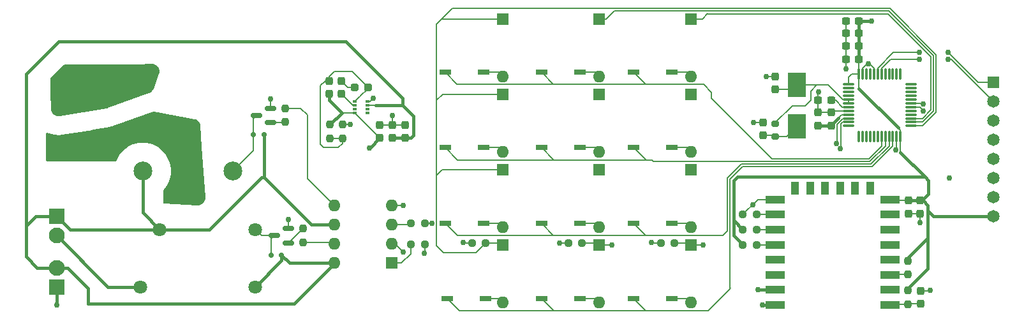
<source format=gbr>
%TF.GenerationSoftware,KiCad,Pcbnew,7.0.9*%
%TF.CreationDate,2023-12-04T18:13:03+01:00*%
%TF.ProjectId,projekt1,70726f6a-656b-4743-912e-6b696361645f,rev?*%
%TF.SameCoordinates,Original*%
%TF.FileFunction,Copper,L1,Top*%
%TF.FilePolarity,Positive*%
%FSLAX46Y46*%
G04 Gerber Fmt 4.6, Leading zero omitted, Abs format (unit mm)*
G04 Created by KiCad (PCBNEW 7.0.9) date 2023-12-04 18:13:03*
%MOMM*%
%LPD*%
G01*
G04 APERTURE LIST*
G04 Aperture macros list*
%AMRoundRect*
0 Rectangle with rounded corners*
0 $1 Rounding radius*
0 $2 $3 $4 $5 $6 $7 $8 $9 X,Y pos of 4 corners*
0 Add a 4 corners polygon primitive as box body*
4,1,4,$2,$3,$4,$5,$6,$7,$8,$9,$2,$3,0*
0 Add four circle primitives for the rounded corners*
1,1,$1+$1,$2,$3*
1,1,$1+$1,$4,$5*
1,1,$1+$1,$6,$7*
1,1,$1+$1,$8,$9*
0 Add four rect primitives between the rounded corners*
20,1,$1+$1,$2,$3,$4,$5,0*
20,1,$1+$1,$4,$5,$6,$7,0*
20,1,$1+$1,$6,$7,$8,$9,0*
20,1,$1+$1,$8,$9,$2,$3,0*%
G04 Aperture macros list end*
%TA.AperFunction,SMDPad,CuDef*%
%ADD10R,1.600000X0.760000*%
%TD*%
%TA.AperFunction,SMDPad,CuDef*%
%ADD11RoundRect,0.237500X0.237500X-0.300000X0.237500X0.300000X-0.237500X0.300000X-0.237500X-0.300000X0*%
%TD*%
%TA.AperFunction,SMDPad,CuDef*%
%ADD12R,2.500000X1.000000*%
%TD*%
%TA.AperFunction,SMDPad,CuDef*%
%ADD13R,1.000000X1.800000*%
%TD*%
%TA.AperFunction,SMDPad,CuDef*%
%ADD14RoundRect,0.237500X-0.287500X-0.237500X0.287500X-0.237500X0.287500X0.237500X-0.287500X0.237500X0*%
%TD*%
%TA.AperFunction,SMDPad,CuDef*%
%ADD15RoundRect,0.237500X0.300000X0.237500X-0.300000X0.237500X-0.300000X-0.237500X0.300000X-0.237500X0*%
%TD*%
%TA.AperFunction,ComponentPad*%
%ADD16C,3.000000*%
%TD*%
%TA.AperFunction,ComponentPad*%
%ADD17C,2.500000*%
%TD*%
%TA.AperFunction,ComponentPad*%
%ADD18R,1.600000X1.600000*%
%TD*%
%TA.AperFunction,ComponentPad*%
%ADD19O,1.600000X1.600000*%
%TD*%
%TA.AperFunction,SMDPad,CuDef*%
%ADD20RoundRect,0.237500X-0.237500X0.250000X-0.237500X-0.250000X0.237500X-0.250000X0.237500X0.250000X0*%
%TD*%
%TA.AperFunction,SMDPad,CuDef*%
%ADD21RoundRect,0.237500X0.237500X-0.250000X0.237500X0.250000X-0.237500X0.250000X-0.237500X-0.250000X0*%
%TD*%
%TA.AperFunction,SMDPad,CuDef*%
%ADD22RoundRect,0.237500X-0.237500X0.300000X-0.237500X-0.300000X0.237500X-0.300000X0.237500X0.300000X0*%
%TD*%
%TA.AperFunction,ComponentPad*%
%ADD23R,2.100000X2.100000*%
%TD*%
%TA.AperFunction,ComponentPad*%
%ADD24C,2.100000*%
%TD*%
%TA.AperFunction,SMDPad,CuDef*%
%ADD25RoundRect,0.237500X-0.250000X-0.237500X0.250000X-0.237500X0.250000X0.237500X-0.250000X0.237500X0*%
%TD*%
%TA.AperFunction,SMDPad,CuDef*%
%ADD26RoundRect,0.075000X-0.662500X-0.075000X0.662500X-0.075000X0.662500X0.075000X-0.662500X0.075000X0*%
%TD*%
%TA.AperFunction,SMDPad,CuDef*%
%ADD27RoundRect,0.075000X-0.075000X-0.662500X0.075000X-0.662500X0.075000X0.662500X-0.075000X0.662500X0*%
%TD*%
%TA.AperFunction,SMDPad,CuDef*%
%ADD28RoundRect,0.150000X-0.150000X-0.200000X0.150000X-0.200000X0.150000X0.200000X-0.150000X0.200000X0*%
%TD*%
%TA.AperFunction,SMDPad,CuDef*%
%ADD29RoundRect,0.237500X0.250000X0.237500X-0.250000X0.237500X-0.250000X-0.237500X0.250000X-0.237500X0*%
%TD*%
%TA.AperFunction,ComponentPad*%
%ADD30C,1.800000*%
%TD*%
%TA.AperFunction,ComponentPad*%
%ADD31R,3.960000X1.980000*%
%TD*%
%TA.AperFunction,ComponentPad*%
%ADD32O,3.960000X1.980000*%
%TD*%
%TA.AperFunction,SMDPad,CuDef*%
%ADD33R,2.400000X3.325000*%
%TD*%
%TA.AperFunction,SMDPad,CuDef*%
%ADD34RoundRect,0.200000X-0.275000X0.200000X-0.275000X-0.200000X0.275000X-0.200000X0.275000X0.200000X0*%
%TD*%
%TA.AperFunction,SMDPad,CuDef*%
%ADD35RoundRect,0.150000X0.587500X0.150000X-0.587500X0.150000X-0.587500X-0.150000X0.587500X-0.150000X0*%
%TD*%
%TA.AperFunction,ComponentPad*%
%ADD36R,1.650000X1.650000*%
%TD*%
%TA.AperFunction,ComponentPad*%
%ADD37C,1.650000*%
%TD*%
%TA.AperFunction,SMDPad,CuDef*%
%ADD38R,0.475000X0.300000*%
%TD*%
%TA.AperFunction,ViaPad*%
%ADD39C,0.750000*%
%TD*%
%TA.AperFunction,Conductor*%
%ADD40C,0.200000*%
%TD*%
%TA.AperFunction,Conductor*%
%ADD41C,0.400000*%
%TD*%
G04 APERTURE END LIST*
D10*
%TO.P,SW11,1,1*%
%TO.N,/ROW2*%
X139960000Y-108390000D03*
%TO.P,SW11,2,2*%
%TO.N,Net-(D11-A)*%
X145040000Y-108390000D03*
%TD*%
%TO.P,SW8,1,1*%
%TO.N,/ROW3*%
X127710000Y-118380000D03*
%TO.P,SW8,2,2*%
%TO.N,Net-(D8-A)*%
X132790000Y-118380000D03*
%TD*%
D11*
%TO.P,C8,1*%
%TO.N,+24V*%
X109650000Y-97090000D03*
%TO.P,C8,2*%
%TO.N,GND*%
X109650000Y-95365000D03*
%TD*%
D12*
%TO.P,U2,1,~{RST}*%
%TO.N,/ESP_NRST1*%
X173950000Y-119240000D03*
%TO.P,U2,2,ADC*%
%TO.N,unconnected-(U2-ADC-Pad2)*%
X173950000Y-117240000D03*
%TO.P,U2,3,EN*%
%TO.N,Net-(U2-EN)*%
X173950000Y-115240000D03*
%TO.P,U2,4,GPIO16*%
%TO.N,unconnected-(U2-GPIO16-Pad4)*%
X173950000Y-113240000D03*
%TO.P,U2,5,GPIO14*%
%TO.N,unconnected-(U2-GPIO14-Pad5)*%
X173950000Y-111240000D03*
%TO.P,U2,6,GPIO12*%
%TO.N,unconnected-(U2-GPIO12-Pad6)*%
X173950000Y-109240000D03*
%TO.P,U2,7,GPIO13*%
%TO.N,unconnected-(U2-GPIO13-Pad7)*%
X173950000Y-107240000D03*
%TO.P,U2,8,VCC*%
%TO.N,VDD*%
X173950000Y-105240000D03*
D13*
%TO.P,U2,9,CS0*%
%TO.N,unconnected-(U2-CS0-Pad9)*%
X171350000Y-103740000D03*
%TO.P,U2,10,MISO*%
%TO.N,unconnected-(U2-MISO-Pad10)*%
X169350000Y-103740000D03*
%TO.P,U2,11,GPIO9*%
%TO.N,unconnected-(U2-GPIO9-Pad11)*%
X167350000Y-103740000D03*
%TO.P,U2,12,GPIO10*%
%TO.N,unconnected-(U2-GPIO10-Pad12)*%
X165350000Y-103740000D03*
%TO.P,U2,13,MOSI*%
%TO.N,unconnected-(U2-MOSI-Pad13)*%
X163350000Y-103740000D03*
%TO.P,U2,14,SCLK*%
%TO.N,unconnected-(U2-SCLK-Pad14)*%
X161350000Y-103740000D03*
D12*
%TO.P,U2,15,GND*%
%TO.N,GND*%
X158750000Y-105240000D03*
%TO.P,U2,16,GPIO15*%
%TO.N,Net-(U2-GPIO15)*%
X158750000Y-107240000D03*
%TO.P,U2,17,GPIO2*%
%TO.N,Net-(U2-GPIO2)*%
X158750000Y-109240000D03*
%TO.P,U2,18,GPIO0*%
%TO.N,Net-(U2-GPIO0)*%
X158750000Y-111240000D03*
%TO.P,U2,19,GPIO4*%
%TO.N,unconnected-(U2-GPIO4-Pad19)*%
X158750000Y-113240000D03*
%TO.P,U2,20,GPIO5*%
%TO.N,unconnected-(U2-GPIO5-Pad20)*%
X158750000Y-115240000D03*
%TO.P,U2,21,GPIO3/RXD*%
%TO.N,/USART1_Tx*%
X158750000Y-117240000D03*
%TO.P,U2,22,GPIO1/TXD*%
%TO.N,/USART1_Rx*%
X158750000Y-119240000D03*
%TD*%
D11*
%TO.P,C11,1*%
%TO.N,VDDA*%
X164400000Y-95427500D03*
%TO.P,C11,2*%
%TO.N,GND*%
X164400000Y-93702500D03*
%TD*%
D14*
%TO.P,L1,1,1*%
%TO.N,Net-(C14-Pad2)*%
X102925000Y-90340000D03*
%TO.P,L1,2,2*%
%TO.N,Net-(IC1-SW)*%
X104675000Y-90340000D03*
%TD*%
D15*
%TO.P,C7,1*%
%TO.N,VDD*%
X169842500Y-81580000D03*
%TO.P,C7,2*%
%TO.N,GND*%
X168117500Y-81580000D03*
%TD*%
D16*
%TO.P,K2,1*%
%TO.N,/COM_V2*%
X80750000Y-103410000D03*
D17*
%TO.P,K2,2*%
%TO.N,Net-(D13-A)*%
X86800000Y-101460000D03*
D16*
%TO.P,K2,4*%
%TO.N,/Relay2_NC*%
X74750000Y-89210000D03*
D17*
%TO.P,K2,5*%
%TO.N,+24V*%
X74800000Y-101460000D03*
%TD*%
D10*
%TO.P,SW1,1,1*%
%TO.N,/ROW0*%
X114920000Y-88350000D03*
%TO.P,SW1,2,2*%
%TO.N,Net-(D1-A)*%
X120000000Y-88350000D03*
%TD*%
D18*
%TO.P,D11,1,K*%
%TO.N,/COL2*%
X147600000Y-101320000D03*
D19*
%TO.P,D11,2,A*%
%TO.N,Net-(D11-A)*%
X147600000Y-108940000D03*
%TD*%
D10*
%TO.P,SW5,1,1*%
%TO.N,/ROW0*%
X127710000Y-88350000D03*
%TO.P,SW5,2,2*%
%TO.N,Net-(D5-A)*%
X132790000Y-88350000D03*
%TD*%
D20*
%TO.P,R8,1*%
%TO.N,VDD*%
X176350000Y-113377500D03*
%TO.P,R8,2*%
%TO.N,Net-(U2-EN)*%
X176350000Y-115202500D03*
%TD*%
D21*
%TO.P,R7,1*%
%TO.N,/ESP_NRST1*%
X176350000Y-119152500D03*
%TO.P,R7,2*%
%TO.N,VDD*%
X176350000Y-117327500D03*
%TD*%
D22*
%TO.P,C1,1*%
%TO.N,GND*%
X158750000Y-88927500D03*
%TO.P,C1,2*%
%TO.N,Net-(U1-PF0)*%
X158750000Y-90652500D03*
%TD*%
D23*
%TO.P,J2,1,Pin_1*%
%TO.N,+24V*%
X63380000Y-107465000D03*
D24*
%TO.P,J2,2,Pin_2*%
%TO.N,/Relay1_NO*%
X63380000Y-110005000D03*
%TD*%
D25*
%TO.P,R1,1*%
%TO.N,GND*%
X118497500Y-110990000D03*
%TO.P,R1,2*%
%TO.N,/COL0*%
X120322500Y-110990000D03*
%TD*%
D26*
%TO.P,U1,1,VDD*%
%TO.N,VDD*%
X168437500Y-89977500D03*
%TO.P,U1,2,PC13*%
%TO.N,unconnected-(U1-PC13-Pad2)*%
X168437500Y-90477500D03*
%TO.P,U1,3,PC14*%
%TO.N,unconnected-(U1-PC14-Pad3)*%
X168437500Y-90977500D03*
%TO.P,U1,4,PC15*%
%TO.N,unconnected-(U1-PC15-Pad4)*%
X168437500Y-91477500D03*
%TO.P,U1,5,PF0*%
%TO.N,Net-(U1-PF0)*%
X168437500Y-91977500D03*
%TO.P,U1,6,PF1*%
X168437500Y-92477500D03*
%TO.P,U1,7,NRST*%
%TO.N,Net-(U1-NRST)*%
X168437500Y-92977500D03*
%TO.P,U1,8,VSSA*%
%TO.N,GND*%
X168437500Y-93477500D03*
%TO.P,U1,9,VDDA*%
%TO.N,VDDA*%
X168437500Y-93977500D03*
%TO.P,U1,10,PA0*%
%TO.N,/V1_Open*%
X168437500Y-94477500D03*
%TO.P,U1,11,PA1*%
%TO.N,/V2_Close*%
X168437500Y-94977500D03*
%TO.P,U1,12,PA2*%
%TO.N,unconnected-(U1-PA2-Pad12)*%
X168437500Y-95477500D03*
D27*
%TO.P,U1,13,PA3*%
%TO.N,unconnected-(U1-PA3-Pad13)*%
X169850000Y-96890000D03*
%TO.P,U1,14,PA4*%
%TO.N,unconnected-(U1-PA4-Pad14)*%
X170350000Y-96890000D03*
%TO.P,U1,15,PA5*%
%TO.N,unconnected-(U1-PA5-Pad15)*%
X170850000Y-96890000D03*
%TO.P,U1,16,PA6*%
%TO.N,unconnected-(U1-PA6-Pad16)*%
X171350000Y-96890000D03*
%TO.P,U1,17,PA7*%
%TO.N,unconnected-(U1-PA7-Pad17)*%
X171850000Y-96890000D03*
%TO.P,U1,18,PB0*%
%TO.N,unconnected-(U1-PB0-Pad18)*%
X172350000Y-96890000D03*
%TO.P,U1,19,PB1*%
%TO.N,/ROW0*%
X172850000Y-96890000D03*
%TO.P,U1,20,PB2*%
%TO.N,/ROW1*%
X173350000Y-96890000D03*
%TO.P,U1,21,PB10*%
%TO.N,/ROW2*%
X173850000Y-96890000D03*
%TO.P,U1,22,PB11*%
%TO.N,/ROW3*%
X174350000Y-96890000D03*
%TO.P,U1,23,VSS*%
%TO.N,GND*%
X174850000Y-96890000D03*
%TO.P,U1,24,VDD*%
%TO.N,VDD*%
X175350000Y-96890000D03*
D26*
%TO.P,U1,25,PB12*%
%TO.N,/COL0*%
X176762500Y-95477500D03*
%TO.P,U1,26,PB13*%
%TO.N,/COL1*%
X176762500Y-94977500D03*
%TO.P,U1,27,PB14*%
%TO.N,/COL2*%
X176762500Y-94477500D03*
%TO.P,U1,28,PB15*%
%TO.N,unconnected-(U1-PB15-Pad28)*%
X176762500Y-93977500D03*
%TO.P,U1,29,PA8*%
%TO.N,unconnected-(U1-PA8-Pad29)*%
X176762500Y-93477500D03*
%TO.P,U1,30,PA9*%
%TO.N,/USART1_Tx*%
X176762500Y-92977500D03*
%TO.P,U1,31,PA10*%
%TO.N,/USART1_Rx*%
X176762500Y-92477500D03*
%TO.P,U1,32,PA11*%
%TO.N,unconnected-(U1-PA11-Pad32)*%
X176762500Y-91977500D03*
%TO.P,U1,33,PA12*%
%TO.N,unconnected-(U1-PA12-Pad33)*%
X176762500Y-91477500D03*
%TO.P,U1,34,PA13*%
%TO.N,unconnected-(U1-PA13-Pad34)*%
X176762500Y-90977500D03*
%TO.P,U1,35,PF6*%
%TO.N,unconnected-(U1-PF6-Pad35)*%
X176762500Y-90477500D03*
%TO.P,U1,36,PF7*%
%TO.N,unconnected-(U1-PF7-Pad36)*%
X176762500Y-89977500D03*
D27*
%TO.P,U1,37,PA14*%
%TO.N,unconnected-(U1-PA14-Pad37)*%
X175350000Y-88565000D03*
%TO.P,U1,38,PA15*%
%TO.N,unconnected-(U1-PA15-Pad38)*%
X174850000Y-88565000D03*
%TO.P,U1,39,PB3*%
%TO.N,unconnected-(U1-PB3-Pad39)*%
X174350000Y-88565000D03*
%TO.P,U1,40,PB4*%
%TO.N,unconnected-(U1-PB4-Pad40)*%
X173850000Y-88565000D03*
%TO.P,U1,41,PB5*%
%TO.N,unconnected-(U1-PB5-Pad41)*%
X173350000Y-88565000D03*
%TO.P,U1,42,PB6*%
%TO.N,/I2C1_SCL*%
X172850000Y-88565000D03*
%TO.P,U1,43,PB7*%
%TO.N,/I2C1_SDA*%
X172350000Y-88565000D03*
%TO.P,U1,44,BOOT0*%
%TO.N,GND*%
X171850000Y-88565000D03*
%TO.P,U1,45,PB8*%
%TO.N,unconnected-(U1-PB8-Pad45)*%
X171350000Y-88565000D03*
%TO.P,U1,46,PB9*%
%TO.N,unconnected-(U1-PB9-Pad46)*%
X170850000Y-88565000D03*
%TO.P,U1,47,VSS*%
%TO.N,GND*%
X170350000Y-88565000D03*
%TO.P,U1,48,VDD*%
%TO.N,VDD*%
X169850000Y-88565000D03*
%TD*%
D11*
%TO.P,C15,1*%
%TO.N,/ESP_NRST1*%
X178050000Y-119102500D03*
%TO.P,C15,2*%
%TO.N,GND*%
X178050000Y-117377500D03*
%TD*%
D28*
%TO.P,D14,1,K*%
%TO.N,+24V*%
X93230000Y-112590000D03*
%TO.P,D14,2,A*%
%TO.N,Net-(D14-A)*%
X91830000Y-112590000D03*
%TD*%
D20*
%TO.P,R14,1*%
%TO.N,Net-(R14-Pad1)*%
X93700000Y-93127500D03*
%TO.P,R14,2*%
%TO.N,Net-(Q1-B)*%
X93700000Y-94952500D03*
%TD*%
D10*
%TO.P,SW3,1,1*%
%TO.N,/ROW2*%
X114920000Y-108390000D03*
%TO.P,SW3,2,2*%
%TO.N,Net-(D3-A)*%
X120000000Y-108390000D03*
%TD*%
D25*
%TO.P,R2,1*%
%TO.N,GND*%
X131287500Y-110990000D03*
%TO.P,R2,2*%
%TO.N,/COL1*%
X133112500Y-110990000D03*
%TD*%
D29*
%TO.P,R13,1*%
%TO.N,/V1_Open*%
X112212500Y-111190000D03*
%TO.P,R13,2*%
%TO.N,Net-(R13-Pad2)*%
X110387500Y-111190000D03*
%TD*%
D22*
%TO.P,C6,1*%
%TO.N,GND*%
X157100000Y-95027500D03*
%TO.P,C6,2*%
%TO.N,Net-(C6-Pad2)*%
X157100000Y-96752500D03*
%TD*%
D21*
%TO.P,R6,1*%
%TO.N,Net-(IC1-SW)*%
X99624000Y-97140000D03*
%TO.P,R6,2*%
%TO.N,VDD*%
X99624000Y-95315000D03*
%TD*%
D30*
%TO.P,K1,1*%
%TO.N,Net-(D14-A)*%
X89750000Y-109225000D03*
%TO.P,K1,2*%
%TO.N,+24V*%
X89750000Y-116825000D03*
%TO.P,K1,3*%
X77050000Y-109225000D03*
%TO.P,K1,4*%
%TO.N,/Relay1_NO*%
X74510000Y-116825000D03*
%TD*%
D18*
%TO.P,D12,1,K*%
%TO.N,/COL2*%
X147600000Y-111310000D03*
D19*
%TO.P,D12,2,A*%
%TO.N,Net-(D12-A)*%
X147600000Y-118930000D03*
%TD*%
D22*
%TO.P,C12,1*%
%TO.N,GND*%
X106250000Y-95365000D03*
%TO.P,C12,2*%
%TO.N,VDD*%
X106250000Y-97090000D03*
%TD*%
D10*
%TO.P,SW2,1,1*%
%TO.N,/ROW1*%
X114920000Y-98350000D03*
%TO.P,SW2,2,2*%
%TO.N,Net-(D2-A)*%
X120000000Y-98350000D03*
%TD*%
%TO.P,SW4,1,1*%
%TO.N,/ROW3*%
X115205000Y-118380000D03*
%TO.P,SW4,2,2*%
%TO.N,Net-(D4-A)*%
X120285000Y-118380000D03*
%TD*%
D11*
%TO.P,C9,1*%
%TO.N,VDDA*%
X166200000Y-95427500D03*
%TO.P,C9,2*%
%TO.N,GND*%
X166200000Y-93702500D03*
%TD*%
D28*
%TO.P,D13,1,K*%
%TO.N,+24V*%
X90880000Y-96640000D03*
%TO.P,D13,2,A*%
%TO.N,Net-(D13-A)*%
X89480000Y-96640000D03*
%TD*%
D22*
%TO.P,C16,1*%
%TO.N,Net-(IC1-SW)*%
X99550000Y-89477500D03*
%TO.P,C16,2*%
%TO.N,VDD*%
X99550000Y-91202500D03*
%TD*%
D11*
%TO.P,C10,1*%
%TO.N,+24V*%
X107950000Y-97090000D03*
%TO.P,C10,2*%
%TO.N,GND*%
X107950000Y-95365000D03*
%TD*%
D31*
%TO.P,J1,1,Pin_1*%
%TO.N,/COM_V2*%
X66100000Y-97675000D03*
D32*
%TO.P,J1,2,Pin_2*%
%TO.N,/Relay2_NC*%
X66100000Y-92675000D03*
%TD*%
D33*
%TO.P,Y1,1,1*%
%TO.N,Net-(U1-PF0)*%
X161600000Y-90040000D03*
%TO.P,Y1,2,2*%
%TO.N,Net-(C6-Pad2)*%
X161600000Y-95565000D03*
%TD*%
D34*
%TO.P,R3,1*%
%TO.N,Net-(U1-PF0)*%
X158750000Y-95215000D03*
%TO.P,R3,2*%
%TO.N,Net-(C6-Pad2)*%
X158750000Y-96865000D03*
%TD*%
D18*
%TO.P,D6,1,K*%
%TO.N,/COL1*%
X135350000Y-91280000D03*
D19*
%TO.P,D6,2,A*%
%TO.N,Net-(D6-A)*%
X135350000Y-98900000D03*
%TD*%
D18*
%TO.P,D4,1,K*%
%TO.N,/COL0*%
X122600000Y-111310000D03*
D19*
%TO.P,D4,2,A*%
%TO.N,Net-(D4-A)*%
X122600000Y-118930000D03*
%TD*%
D22*
%TO.P,C13,1*%
%TO.N,VDD*%
X177950000Y-105390000D03*
%TO.P,C13,2*%
%TO.N,GND*%
X177950000Y-107115000D03*
%TD*%
D15*
%TO.P,C3,1*%
%TO.N,VDD*%
X169842500Y-84890000D03*
%TO.P,C3,2*%
%TO.N,GND*%
X168117500Y-84890000D03*
%TD*%
D21*
%TO.P,R15,1*%
%TO.N,Net-(R15-Pad1)*%
X96062500Y-110902500D03*
%TO.P,R15,2*%
%TO.N,Net-(Q2-B)*%
X96062500Y-109077500D03*
%TD*%
D11*
%TO.P,C14,1*%
%TO.N,Net-(IC1-BST)*%
X101150000Y-91202500D03*
%TO.P,C14,2*%
%TO.N,Net-(C14-Pad2)*%
X101150000Y-89477500D03*
%TD*%
D18*
%TO.P,D3,1,K*%
%TO.N,/COL0*%
X122600000Y-101320000D03*
D19*
%TO.P,D3,2,A*%
%TO.N,Net-(D3-A)*%
X122600000Y-108940000D03*
%TD*%
D23*
%TO.P,J3,1,Pin_1*%
%TO.N,GND*%
X63380000Y-116870000D03*
D24*
%TO.P,J3,2,Pin_2*%
%TO.N,+24V*%
X63380000Y-114330000D03*
%TD*%
D18*
%TO.P,D5,1,K*%
%TO.N,/COL1*%
X135350000Y-81280000D03*
D19*
%TO.P,D5,2,A*%
%TO.N,Net-(D5-A)*%
X135350000Y-88900000D03*
%TD*%
D18*
%TO.P,D2,1,K*%
%TO.N,/COL0*%
X122600000Y-91280000D03*
D19*
%TO.P,D2,2,A*%
%TO.N,Net-(D2-A)*%
X122600000Y-98900000D03*
%TD*%
D15*
%TO.P,C5,1*%
%TO.N,Net-(U1-NRST)*%
X166162500Y-92090000D03*
%TO.P,C5,2*%
%TO.N,GND*%
X164437500Y-92090000D03*
%TD*%
D10*
%TO.P,SW7,1,1*%
%TO.N,/ROW2*%
X127710000Y-108390000D03*
%TO.P,SW7,2,2*%
%TO.N,Net-(D7-A)*%
X132790000Y-108390000D03*
%TD*%
D29*
%TO.P,R10,1*%
%TO.N,Net-(U2-GPIO15)*%
X156262500Y-107240000D03*
%TO.P,R10,2*%
%TO.N,GND*%
X154437500Y-107240000D03*
%TD*%
D18*
%TO.P,U4,1*%
%TO.N,Net-(R13-Pad2)*%
X107850000Y-113690000D03*
D19*
%TO.P,U4,2*%
%TO.N,GND*%
X107850000Y-111150000D03*
%TO.P,U4,3*%
%TO.N,Net-(R12-Pad2)*%
X107850000Y-108610000D03*
%TO.P,U4,4*%
%TO.N,GND*%
X107850000Y-106070000D03*
%TO.P,U4,5*%
%TO.N,Net-(R14-Pad1)*%
X100230000Y-106070000D03*
%TO.P,U4,6*%
%TO.N,+24V*%
X100230000Y-108610000D03*
%TO.P,U4,7*%
%TO.N,Net-(R15-Pad1)*%
X100230000Y-111150000D03*
%TO.P,U4,8*%
%TO.N,+24V*%
X100230000Y-113690000D03*
%TD*%
D10*
%TO.P,SW12,1,1*%
%TO.N,/ROW3*%
X139960000Y-118380000D03*
%TO.P,SW12,2,2*%
%TO.N,Net-(D12-A)*%
X145040000Y-118380000D03*
%TD*%
D25*
%TO.P,R4,1*%
%TO.N,GND*%
X143537500Y-110990000D03*
%TO.P,R4,2*%
%TO.N,/COL2*%
X145362500Y-110990000D03*
%TD*%
D18*
%TO.P,D8,1,K*%
%TO.N,/COL1*%
X135350000Y-111310000D03*
D19*
%TO.P,D8,2,A*%
%TO.N,Net-(D8-A)*%
X135350000Y-118930000D03*
%TD*%
D10*
%TO.P,SW10,1,1*%
%TO.N,/ROW1*%
X139960000Y-98350000D03*
%TO.P,SW10,2,2*%
%TO.N,Net-(D10-A)*%
X145040000Y-98350000D03*
%TD*%
%TO.P,SW9,1,1*%
%TO.N,/ROW0*%
X139960000Y-88350000D03*
%TO.P,SW9,2,2*%
%TO.N,Net-(D9-A)*%
X145040000Y-88350000D03*
%TD*%
D18*
%TO.P,D9,1,K*%
%TO.N,/COL2*%
X147600000Y-81280000D03*
D19*
%TO.P,D9,2,A*%
%TO.N,Net-(D9-A)*%
X147600000Y-88900000D03*
%TD*%
D18*
%TO.P,D7,1,K*%
%TO.N,/COL1*%
X135350000Y-101320000D03*
D19*
%TO.P,D7,2,A*%
%TO.N,Net-(D7-A)*%
X135350000Y-108940000D03*
%TD*%
D15*
%TO.P,C4,1*%
%TO.N,VDD*%
X169842500Y-83140000D03*
%TO.P,C4,2*%
%TO.N,GND*%
X168117500Y-83140000D03*
%TD*%
D18*
%TO.P,D10,1,K*%
%TO.N,/COL2*%
X147600000Y-91280000D03*
D19*
%TO.P,D10,2,A*%
%TO.N,Net-(D10-A)*%
X147600000Y-98900000D03*
%TD*%
D29*
%TO.P,R12,1*%
%TO.N,/V2_Close*%
X112212500Y-108390000D03*
%TO.P,R12,2*%
%TO.N,Net-(R12-Pad2)*%
X110387500Y-108390000D03*
%TD*%
D20*
%TO.P,R5,1*%
%TO.N,GND*%
X101300000Y-95315000D03*
%TO.P,R5,2*%
%TO.N,Net-(IC1-SW)*%
X101300000Y-97140000D03*
%TD*%
D18*
%TO.P,D1,1,K*%
%TO.N,/COL0*%
X122600000Y-81280000D03*
D19*
%TO.P,D1,2,A*%
%TO.N,Net-(D1-A)*%
X122600000Y-88900000D03*
%TD*%
D10*
%TO.P,SW6,1,1*%
%TO.N,/ROW1*%
X127710000Y-98350000D03*
%TO.P,SW6,2,2*%
%TO.N,Net-(D6-A)*%
X132790000Y-98350000D03*
%TD*%
D35*
%TO.P,Q1,1,B*%
%TO.N,Net-(Q1-B)*%
X91787500Y-95040000D03*
%TO.P,Q1,2,E*%
%TO.N,GND*%
X91787500Y-93140000D03*
%TO.P,Q1,3,C*%
%TO.N,Net-(D13-A)*%
X89912500Y-94090000D03*
%TD*%
%TO.P,Q2,1,B*%
%TO.N,Net-(Q2-B)*%
X94137500Y-110990000D03*
%TO.P,Q2,2,E*%
%TO.N,GND*%
X94137500Y-109090000D03*
%TO.P,Q2,3,C*%
%TO.N,Net-(D14-A)*%
X92262500Y-110040000D03*
%TD*%
D25*
%TO.P,R9,1*%
%TO.N,VDD*%
X154437500Y-111240000D03*
%TO.P,R9,2*%
%TO.N,Net-(U2-GPIO0)*%
X156262500Y-111240000D03*
%TD*%
%TO.P,R11,1*%
%TO.N,VDD*%
X154437500Y-109240000D03*
%TO.P,R11,2*%
%TO.N,Net-(U2-GPIO2)*%
X156262500Y-109240000D03*
%TD*%
D15*
%TO.P,C2,1*%
%TO.N,VDD*%
X169842500Y-86640000D03*
%TO.P,C2,2*%
%TO.N,GND*%
X168117500Y-86640000D03*
%TD*%
D36*
%TO.P,RFID1,1,SDA*%
%TO.N,/I2C1_SDA*%
X187680000Y-89700000D03*
D37*
%TO.P,RFID1,2,SCK*%
%TO.N,/I2C1_SCL*%
X187680000Y-92240000D03*
%TO.P,RFID1,3,MOSI*%
%TO.N,unconnected-(RFID1-MOSI-Pad3)*%
X187680000Y-94780000D03*
%TO.P,RFID1,4,MISO*%
%TO.N,unconnected-(RFID1-MISO-Pad4)*%
X187680000Y-97320000D03*
%TO.P,RFID1,5,IRQ*%
%TO.N,unconnected-(RFID1-IRQ-Pad5)*%
X187680000Y-99860000D03*
%TO.P,RFID1,6,GND*%
%TO.N,GND*%
X187680000Y-102400000D03*
%TO.P,RFID1,7,RST*%
%TO.N,unconnected-(RFID1-RST-Pad7)*%
X187680000Y-104940000D03*
%TO.P,RFID1,8,3\u002C3V*%
%TO.N,VDD*%
X187680000Y-107480000D03*
%TD*%
D22*
%TO.P,C17,1*%
%TO.N,VDD*%
X176400000Y-105390000D03*
%TO.P,C17,2*%
%TO.N,GND*%
X176400000Y-107115000D03*
%TD*%
D38*
%TO.P,IC1,1,NC*%
%TO.N,unconnected-(IC1-NC-Pad1)*%
X104624000Y-93727500D03*
%TO.P,IC1,2,EN*%
%TO.N,unconnected-(IC1-EN-Pad2)*%
X104624000Y-93227500D03*
%TO.P,IC1,3,VIN*%
%TO.N,+24V*%
X104624000Y-92727500D03*
%TO.P,IC1,4,GND*%
%TO.N,GND*%
X104624000Y-92227500D03*
%TO.P,IC1,5,SW*%
%TO.N,Net-(IC1-SW)*%
X102948000Y-92227500D03*
%TO.P,IC1,6,BST*%
%TO.N,Net-(IC1-BST)*%
X102948000Y-92727500D03*
%TO.P,IC1,7,NC*%
%TO.N,unconnected-(IC1-NC-Pad7)*%
X102948000Y-93227500D03*
%TO.P,IC1,8,FB*%
%TO.N,VDD*%
X102948000Y-93727500D03*
%TD*%
D39*
%TO.N,GND*%
X142350000Y-110975000D03*
X155875000Y-95000000D03*
X107950000Y-94050000D03*
X181875000Y-102400000D03*
X164450000Y-90925000D03*
X105425000Y-91800000D03*
X102325000Y-95300000D03*
X91775000Y-91875000D03*
X94150000Y-107925000D03*
X109400000Y-106025000D03*
X117325000Y-110975000D03*
X168125000Y-87875000D03*
X109350000Y-112225000D03*
X155738750Y-105938750D03*
X177975000Y-108325000D03*
X157550000Y-88950000D03*
X63400000Y-119200000D03*
X130125000Y-111000000D03*
X174703130Y-98663716D03*
X179275000Y-117325000D03*
X171100000Y-87250000D03*
%TO.N,VDD*%
X104900000Y-98390000D03*
X171520000Y-81580000D03*
%TO.N,/I2C1_SCL*%
X177900000Y-86660000D03*
X181680000Y-86660000D03*
%TO.N,/I2C1_SDA*%
X177900000Y-85740000D03*
X181680000Y-85740000D03*
%TO.N,/COL1*%
X137100000Y-111290000D03*
%TO.N,/COL2*%
X149200000Y-111310000D03*
%TO.N,/V2_Close*%
X167389640Y-98473895D03*
X113150000Y-108390000D03*
%TO.N,/V1_Open*%
X112200000Y-112390000D03*
X166825500Y-97773288D03*
%TO.N,/USART1_Tx*%
X178398674Y-93463174D03*
X156450000Y-117190000D03*
%TO.N,/USART1_Rx*%
X157000000Y-119240000D03*
X178404029Y-92563687D03*
%TD*%
D40*
%TO.N,GND*%
X158750000Y-88927500D02*
X157572500Y-88927500D01*
X170927501Y-87250000D02*
X171100000Y-87250000D01*
X177950000Y-108300000D02*
X177975000Y-108325000D01*
X168117500Y-86640000D02*
X168117500Y-87867500D01*
X164437500Y-90937500D02*
X164450000Y-90925000D01*
D41*
X63380000Y-116870000D02*
X63380000Y-119180000D01*
D40*
X108275000Y-111150000D02*
X109350000Y-112225000D01*
X178050000Y-117377500D02*
X179222500Y-117377500D01*
X118497500Y-110990000D02*
X117340000Y-110990000D01*
X177950000Y-107115000D02*
X177950000Y-108300000D01*
X168437500Y-93477500D02*
X166425000Y-93477500D01*
X168117500Y-87867500D02*
X168125000Y-87875000D01*
X164437500Y-92090000D02*
X164437500Y-90937500D01*
X154437500Y-107240000D02*
X156437500Y-105240000D01*
X104997500Y-92227500D02*
X104624000Y-92227500D01*
X179222500Y-117377500D02*
X179275000Y-117325000D01*
X156437500Y-105240000D02*
X158750000Y-105240000D01*
X117340000Y-110990000D02*
X117325000Y-110975000D01*
X109355000Y-106070000D02*
X109400000Y-106025000D01*
X130135000Y-110990000D02*
X130125000Y-111000000D01*
X164400000Y-93702500D02*
X164400000Y-92127500D01*
X143537500Y-110990000D02*
X142365000Y-110990000D01*
X157572500Y-88927500D02*
X157550000Y-88950000D01*
X94137500Y-107937500D02*
X94137500Y-109090000D01*
X91787500Y-93140000D02*
X91787500Y-91887500D01*
X107850000Y-106070000D02*
X109355000Y-106070000D01*
X107850000Y-111150000D02*
X108275000Y-111150000D01*
X106250000Y-95365000D02*
X109650000Y-95365000D01*
X170350000Y-88565000D02*
X170350000Y-87827501D01*
X94150000Y-107925000D02*
X94137500Y-107937500D01*
X176400000Y-107115000D02*
X177950000Y-107115000D01*
X174850000Y-96890000D02*
X174850000Y-98516846D01*
X142365000Y-110990000D02*
X142350000Y-110975000D01*
X171272499Y-87250000D02*
X171100000Y-87250000D01*
X157100000Y-95027500D02*
X155902500Y-95027500D01*
X107950000Y-95365000D02*
X107950000Y-94050000D01*
X166425000Y-93477500D02*
X166200000Y-93702500D01*
X91787500Y-91887500D02*
X91775000Y-91875000D01*
X164400000Y-92127500D02*
X164437500Y-92090000D01*
D41*
X63380000Y-119180000D02*
X63400000Y-119200000D01*
D40*
X166200000Y-93702500D02*
X164400000Y-93702500D01*
X105425000Y-91800000D02*
X104997500Y-92227500D01*
X174850000Y-98516846D02*
X174703130Y-98663716D01*
X155902500Y-95027500D02*
X155875000Y-95000000D01*
X102310000Y-95315000D02*
X102325000Y-95300000D01*
X171272499Y-87250000D02*
X171850000Y-87827501D01*
X131287500Y-110990000D02*
X130135000Y-110990000D01*
X168117500Y-81580000D02*
X168117500Y-86640000D01*
X101300000Y-95315000D02*
X102310000Y-95315000D01*
X171850000Y-87827501D02*
X171850000Y-88565000D01*
X170350000Y-87827501D02*
X170927501Y-87250000D01*
%TO.N,Net-(U1-PF0)*%
X164250000Y-90040000D02*
X161600000Y-90040000D01*
X163450000Y-92090000D02*
X163450000Y-90840000D01*
X168437500Y-92477500D02*
X168437500Y-91977500D01*
X161012500Y-92790000D02*
X162750000Y-92790000D01*
X168437500Y-91977500D02*
X167700001Y-91977500D01*
X158750000Y-95215000D02*
X158750000Y-95052500D01*
X163450000Y-90840000D02*
X164250000Y-90040000D01*
X167700001Y-91977500D02*
X165762501Y-90040000D01*
X158750000Y-95052500D02*
X161012500Y-92790000D01*
X162750000Y-92790000D02*
X163450000Y-92090000D01*
X158750000Y-90652500D02*
X160987500Y-90652500D01*
X165762501Y-90040000D02*
X164250000Y-90040000D01*
X160987500Y-90652500D02*
X161600000Y-90040000D01*
X168437500Y-91977500D02*
X168362500Y-91977500D01*
D41*
%TO.N,VDD*%
X178200000Y-105390000D02*
X179050000Y-104540000D01*
X175040620Y-95740000D02*
X169850000Y-90549380D01*
X99550000Y-92066000D02*
X99550000Y-91202500D01*
D40*
X102948000Y-93788000D02*
X106250000Y-97090000D01*
X169850000Y-86647500D02*
X169842500Y-86640000D01*
D41*
X99550000Y-92066000D02*
X101211500Y-93727500D01*
D40*
X169850000Y-88565000D02*
X168875000Y-88565000D01*
D41*
X153200000Y-108002500D02*
X154437500Y-109240000D01*
X179740000Y-107480000D02*
X187680000Y-107480000D01*
X154437500Y-111240000D02*
X154437500Y-111227500D01*
D40*
X102948000Y-93727500D02*
X102948000Y-93788000D01*
D41*
X153700000Y-102240000D02*
X153200000Y-102740000D01*
D40*
X169850000Y-88565000D02*
X169850000Y-90549380D01*
X169850000Y-88565000D02*
X169850000Y-86647500D01*
D41*
X179050000Y-102690000D02*
X178600000Y-102240000D01*
X105000000Y-98340000D02*
X104950000Y-98340000D01*
X176250000Y-105240000D02*
X176400000Y-105390000D01*
X179000000Y-106740000D02*
X179000000Y-110340000D01*
D40*
X173706250Y-105390000D02*
X176193750Y-105390000D01*
D41*
X104950000Y-98390000D02*
X106250000Y-97090000D01*
D40*
X175350000Y-96890000D02*
X175350000Y-98990000D01*
D41*
X175050000Y-95740000D02*
X175040620Y-95740000D01*
X153200000Y-109990000D02*
X153200000Y-108002500D01*
X179000000Y-105990000D02*
X179000000Y-106740000D01*
X178600000Y-102240000D02*
X175350000Y-98990000D01*
X101211500Y-93727500D02*
X99624000Y-95315000D01*
D40*
X175350000Y-96040000D02*
X175050000Y-95740000D01*
X175350000Y-96890000D02*
X175350000Y-96040000D01*
D41*
X176350000Y-117327500D02*
X176350000Y-117040000D01*
X179000000Y-110340000D02*
X179000000Y-114390000D01*
X104900000Y-98390000D02*
X104950000Y-98390000D01*
X176350000Y-112990000D02*
X179000000Y-110340000D01*
D40*
X168437500Y-89002500D02*
X168437500Y-89977500D01*
D41*
X176400000Y-105390000D02*
X177950000Y-105390000D01*
X178600000Y-102240000D02*
X153700000Y-102240000D01*
D40*
X106250000Y-97090000D02*
X106200000Y-97090000D01*
D41*
X177950000Y-105390000D02*
X178200000Y-105390000D01*
D40*
X168875000Y-88565000D02*
X168437500Y-89002500D01*
D41*
X169842500Y-81580000D02*
X169842500Y-86640000D01*
X179000000Y-106740000D02*
X179740000Y-107480000D01*
X154437500Y-111227500D02*
X153200000Y-109990000D01*
D40*
X102948000Y-93727500D02*
X101211500Y-93727500D01*
D41*
X174100000Y-105390000D02*
X173950000Y-105240000D01*
X177950000Y-105390000D02*
X178400000Y-105390000D01*
X104950000Y-98340000D02*
X104900000Y-98390000D01*
X171520000Y-81580000D02*
X169842500Y-81580000D01*
X176350000Y-117040000D02*
X179000000Y-114390000D01*
X178400000Y-105390000D02*
X179000000Y-105990000D01*
X176350000Y-113377500D02*
X176350000Y-112990000D01*
X179050000Y-104540000D02*
X179050000Y-102690000D01*
X153200000Y-102740000D02*
X153200000Y-108002500D01*
D40*
%TO.N,Net-(U1-NRST)*%
X166162500Y-92090000D02*
X166750000Y-92090000D01*
X167637500Y-92977500D02*
X168437500Y-92977500D01*
X166750000Y-92090000D02*
X167637500Y-92977500D01*
%TO.N,Net-(C6-Pad2)*%
X160300000Y-96865000D02*
X161600000Y-95565000D01*
X158750000Y-96865000D02*
X160300000Y-96865000D01*
X157100000Y-96752500D02*
X158637500Y-96752500D01*
X158637500Y-96752500D02*
X158750000Y-96865000D01*
D41*
%TO.N,+24V*%
X59300000Y-112825000D02*
X59300000Y-88590000D01*
X93230000Y-113345000D02*
X93230000Y-112590000D01*
X90880000Y-102310000D02*
X90880000Y-96640000D01*
X63380000Y-107465000D02*
X60585000Y-107465000D01*
X109287500Y-92727500D02*
X110750000Y-94190000D01*
X94865000Y-119075000D02*
X67550000Y-119075000D01*
X74800000Y-104375000D02*
X74800000Y-104615000D01*
X110750000Y-96690000D02*
X110350000Y-97090000D01*
X110350000Y-97090000D02*
X109650000Y-97090000D01*
X74800000Y-101460000D02*
X74800000Y-104375000D01*
X77050000Y-109225000D02*
X65140000Y-109225000D01*
X107950000Y-97090000D02*
X109650000Y-97090000D01*
D40*
X104624000Y-92727500D02*
X105737500Y-92727500D01*
D41*
X67550000Y-119075000D02*
X67550000Y-117015076D01*
X89750000Y-116825000D02*
X93230000Y-113345000D01*
X108550000Y-92727500D02*
X105762500Y-92727500D01*
X64864924Y-114330000D02*
X63380000Y-114330000D01*
X108550000Y-92727500D02*
X109287500Y-92727500D01*
X60585000Y-107465000D02*
X59300000Y-108750000D01*
X100230000Y-113690000D02*
X100230000Y-113710000D01*
X83675000Y-109225000D02*
X77050000Y-109225000D01*
X94330000Y-113690000D02*
X93230000Y-112590000D01*
X63955000Y-106890000D02*
X63380000Y-107465000D01*
X65140000Y-109225000D02*
X63380000Y-107465000D01*
X59300000Y-88590000D02*
X63650000Y-84240000D01*
X100230000Y-113710000D02*
X94865000Y-119075000D01*
X74800000Y-106975000D02*
X74800000Y-104375000D01*
X109287500Y-91777500D02*
X109287500Y-92727500D01*
X63380000Y-114330000D02*
X60805000Y-114330000D01*
X90590000Y-102310000D02*
X83675000Y-109225000D01*
X67550000Y-117015076D02*
X64864924Y-114330000D01*
X60805000Y-114330000D02*
X59300000Y-112825000D01*
X110750000Y-94190000D02*
X110750000Y-96690000D01*
X100230000Y-113690000D02*
X94330000Y-113690000D01*
X101750000Y-84240000D02*
X109287500Y-91777500D01*
X90880000Y-102310000D02*
X97180000Y-108610000D01*
X63650000Y-84240000D02*
X101750000Y-84240000D01*
D40*
X90880000Y-98310000D02*
X90850000Y-98340000D01*
D41*
X77050000Y-109225000D02*
X74800000Y-106975000D01*
X90880000Y-102310000D02*
X90590000Y-102310000D01*
D40*
X105737500Y-92727500D02*
X105750000Y-92740000D01*
D41*
X97180000Y-108610000D02*
X100230000Y-108610000D01*
%TO.N,VDDA*%
X167100000Y-94440000D02*
X166200000Y-95340000D01*
D40*
X166400000Y-95277501D02*
X166400000Y-95427500D01*
X168437500Y-93977500D02*
X167562500Y-93977500D01*
D41*
X166200000Y-95340000D02*
X166200000Y-95427500D01*
X166200000Y-95427500D02*
X164400000Y-95427500D01*
D40*
X167562500Y-93977500D02*
X167100000Y-94440000D01*
%TO.N,Net-(IC1-BST)*%
X101150000Y-91202500D02*
X102675000Y-92727500D01*
X102675000Y-92727500D02*
X102948000Y-92727500D01*
%TO.N,Net-(C14-Pad2)*%
X102012500Y-90340000D02*
X101150000Y-89477500D01*
X102911000Y-90227500D02*
X102812500Y-90227500D01*
X102812500Y-90227500D02*
X102800000Y-90240000D01*
X102925000Y-90340000D02*
X102812500Y-90227500D01*
X102925000Y-90340000D02*
X102012500Y-90340000D01*
%TO.N,/ESP_NRST1*%
X174037500Y-119152500D02*
X173950000Y-119240000D01*
X178050000Y-119102500D02*
X176400000Y-119102500D01*
X176400000Y-119102500D02*
X176350000Y-119152500D01*
X176350000Y-119152500D02*
X174037500Y-119152500D01*
%TO.N,Net-(IC1-SW)*%
X98800000Y-98340000D02*
X98400000Y-97940000D01*
X103650000Y-91540000D02*
X103642750Y-91532750D01*
X100200000Y-88240000D02*
X102575000Y-88240000D01*
X99550000Y-88890000D02*
X100200000Y-88240000D01*
X101300000Y-97140000D02*
X99624000Y-97140000D01*
X99012500Y-89477500D02*
X99550000Y-89477500D01*
X100750000Y-98340000D02*
X98800000Y-98340000D01*
X102575000Y-88240000D02*
X104675000Y-90340000D01*
X103642750Y-91532750D02*
X102948000Y-92227500D01*
X99550000Y-89477500D02*
X99550000Y-88890000D01*
X101300000Y-97140000D02*
X101300000Y-97790000D01*
X104675000Y-90500500D02*
X103642750Y-91532750D01*
X101300000Y-97790000D02*
X100750000Y-98340000D01*
X98400000Y-90090000D02*
X99012500Y-89477500D01*
X104675000Y-90340000D02*
X104675000Y-90500500D01*
X98400000Y-97940000D02*
X98400000Y-90090000D01*
%TO.N,/I2C1_SCL*%
X187680000Y-92240000D02*
X182100000Y-86660000D01*
X172850000Y-87827501D02*
X174017501Y-86660000D01*
X172850000Y-88565000D02*
X172850000Y-87827501D01*
X182100000Y-86660000D02*
X181680000Y-86660000D01*
X174017501Y-86660000D02*
X177900000Y-86660000D01*
%TO.N,/I2C1_SDA*%
X172350000Y-88565000D02*
X172350000Y-87827501D01*
X172350000Y-88565000D02*
X172450000Y-88465000D01*
X185640000Y-89700000D02*
X181680000Y-85740000D01*
X187680000Y-89700000D02*
X185640000Y-89700000D01*
X174437501Y-85740000D02*
X177900000Y-85740000D01*
X172350000Y-87827501D02*
X174437501Y-85740000D01*
%TO.N,/COL0*%
X114520000Y-101320000D02*
X122600000Y-101320000D01*
X180100000Y-93635680D02*
X178258180Y-95477500D01*
X114700000Y-112290000D02*
X113775000Y-111365000D01*
X120322500Y-110990000D02*
X122280000Y-110990000D01*
X115860000Y-79880000D02*
X173969948Y-79880000D01*
X113775000Y-102590000D02*
X113775000Y-102065000D01*
X113775000Y-102590000D02*
X113775000Y-92090000D01*
X119022500Y-112290000D02*
X114700000Y-112290000D01*
X113775000Y-92090000D02*
X113775000Y-81965000D01*
X113775000Y-102065000D02*
X114520000Y-101320000D01*
X122280000Y-110990000D02*
X122600000Y-111310000D01*
X113775000Y-92090000D02*
X114585000Y-91280000D01*
X178258180Y-95477500D02*
X176762500Y-95477500D01*
X173969948Y-79880000D02*
X180100000Y-86010052D01*
X114585000Y-91280000D02*
X122600000Y-91280000D01*
X113775000Y-81965000D02*
X114460000Y-81280000D01*
X113775000Y-111365000D02*
X113775000Y-102590000D01*
X180100000Y-86010052D02*
X180100000Y-93635680D01*
X114460000Y-81280000D02*
X122600000Y-81280000D01*
X120322500Y-110990000D02*
X119022500Y-112290000D01*
X114460000Y-81280000D02*
X115860000Y-79880000D01*
%TO.N,Net-(D1-A)*%
X120000000Y-88350000D02*
X122050000Y-88350000D01*
X122050000Y-88350000D02*
X122600000Y-88900000D01*
%TO.N,Net-(D2-A)*%
X120000000Y-98350000D02*
X122050000Y-98350000D01*
X122050000Y-98350000D02*
X122600000Y-98900000D01*
%TO.N,Net-(D3-A)*%
X120000000Y-108390000D02*
X122050000Y-108390000D01*
X122050000Y-108390000D02*
X122600000Y-108940000D01*
%TO.N,Net-(D4-A)*%
X122050000Y-118380000D02*
X122600000Y-118930000D01*
X120285000Y-118380000D02*
X122050000Y-118380000D01*
%TO.N,/COL1*%
X178263206Y-94977500D02*
X176762500Y-94977500D01*
X179750000Y-86155026D02*
X179750000Y-93490706D01*
X137100000Y-111290000D02*
X135370000Y-111290000D01*
X135370000Y-111290000D02*
X135350000Y-111310000D01*
X135030000Y-110990000D02*
X135350000Y-111310000D01*
X136310000Y-81280000D02*
X137360000Y-80230000D01*
X137360000Y-80230000D02*
X173824974Y-80230000D01*
X137080000Y-111310000D02*
X137100000Y-111290000D01*
X173824974Y-80230000D02*
X179750000Y-86155026D01*
X133112500Y-110990000D02*
X135030000Y-110990000D01*
X179750000Y-93490706D02*
X178263206Y-94977500D01*
X135350000Y-81280000D02*
X136310000Y-81280000D01*
%TO.N,Net-(D5-A)*%
X134800000Y-88350000D02*
X135350000Y-88900000D01*
X132790000Y-88350000D02*
X134800000Y-88350000D01*
%TO.N,Net-(D6-A)*%
X134800000Y-98350000D02*
X135350000Y-98900000D01*
X132790000Y-98350000D02*
X134800000Y-98350000D01*
%TO.N,Net-(D7-A)*%
X134800000Y-108390000D02*
X135350000Y-108940000D01*
X132790000Y-108390000D02*
X134800000Y-108390000D01*
%TO.N,Net-(D8-A)*%
X132790000Y-118380000D02*
X134800000Y-118380000D01*
X134800000Y-118380000D02*
X135350000Y-118930000D01*
%TO.N,/COL2*%
X147600000Y-81280000D02*
X149050000Y-81280000D01*
X178268232Y-94477500D02*
X176762500Y-94477500D01*
X149760000Y-80590000D02*
X173690000Y-80590000D01*
X149200000Y-111310000D02*
X147600000Y-111310000D01*
X173690000Y-80590000D02*
X179400000Y-86300000D01*
X147280000Y-110990000D02*
X147600000Y-111310000D01*
X179400000Y-93345732D02*
X178268232Y-94477500D01*
X149050000Y-81280000D02*
X149750000Y-80580000D01*
X179400000Y-86300000D02*
X179400000Y-93345732D01*
X145362500Y-110990000D02*
X147280000Y-110990000D01*
%TO.N,Net-(D9-A)*%
X147050000Y-88350000D02*
X147600000Y-88900000D01*
X145040000Y-88350000D02*
X147050000Y-88350000D01*
%TO.N,Net-(D10-A)*%
X145040000Y-98350000D02*
X147050000Y-98350000D01*
X147050000Y-98350000D02*
X147600000Y-98900000D01*
%TO.N,Net-(D11-A)*%
X147050000Y-108390000D02*
X147600000Y-108940000D01*
X145040000Y-108390000D02*
X147050000Y-108390000D01*
%TO.N,Net-(D12-A)*%
X145040000Y-118380000D02*
X147050000Y-118380000D01*
X147050000Y-118380000D02*
X147600000Y-118930000D01*
%TO.N,Net-(D13-A)*%
X89480000Y-96640000D02*
X89480000Y-98780000D01*
X89912500Y-94090000D02*
X89480000Y-94522500D01*
X89480000Y-94522500D02*
X89480000Y-96640000D01*
X89480000Y-98780000D02*
X86800000Y-101460000D01*
%TO.N,Net-(D14-A)*%
X91830000Y-112590000D02*
X91830000Y-110472500D01*
X91830000Y-110472500D02*
X92262500Y-110040000D01*
X90565000Y-110040000D02*
X89750000Y-109225000D01*
X92262500Y-110040000D02*
X90565000Y-110040000D01*
D41*
%TO.N,/Relay1_NO*%
X70200000Y-116825000D02*
X63380000Y-110005000D01*
X74510000Y-116825000D02*
X70200000Y-116825000D01*
D40*
%TO.N,Net-(Q1-B)*%
X93612500Y-95040000D02*
X93700000Y-94952500D01*
X91787500Y-95040000D02*
X93612500Y-95040000D01*
%TO.N,Net-(Q2-B)*%
X96062500Y-109077500D02*
X96050000Y-109077500D01*
X96050000Y-109077500D02*
X94137500Y-110990000D01*
%TO.N,Net-(U2-EN)*%
X173987500Y-115202500D02*
X173950000Y-115240000D01*
X176350000Y-115202500D02*
X173987500Y-115202500D01*
%TO.N,Net-(U2-GPIO0)*%
X156262500Y-111240000D02*
X158750000Y-111240000D01*
%TO.N,Net-(U2-GPIO15)*%
X156262500Y-107240000D02*
X158750000Y-107240000D01*
%TO.N,Net-(U2-GPIO2)*%
X156262500Y-109240000D02*
X158750000Y-109240000D01*
%TO.N,/V2_Close*%
X167450000Y-98413535D02*
X167389640Y-98473895D01*
X167450000Y-95227501D02*
X167450000Y-98413535D01*
X167700001Y-94977500D02*
X167450000Y-95227501D01*
X168437500Y-94977500D02*
X167700001Y-94977500D01*
X112212500Y-108390000D02*
X113150000Y-108390000D01*
%TO.N,Net-(R12-Pad2)*%
X110387500Y-108390000D02*
X110200000Y-108390000D01*
X110200000Y-108390000D02*
X109980000Y-108610000D01*
X109980000Y-108610000D02*
X107850000Y-108610000D01*
%TO.N,/V1_Open*%
X167700001Y-94477500D02*
X166925000Y-95252501D01*
X166925000Y-95252501D02*
X166925000Y-97673788D01*
X112212500Y-111190000D02*
X112212500Y-112377500D01*
X112212500Y-112377500D02*
X112200000Y-112390000D01*
X168437500Y-94477500D02*
X167700001Y-94477500D01*
X166925000Y-97673788D02*
X166825500Y-97773288D01*
%TO.N,Net-(R13-Pad2)*%
X110387500Y-111190000D02*
X110387500Y-112452500D01*
X110387500Y-112452500D02*
X109150000Y-113690000D01*
X109150000Y-113690000D02*
X107850000Y-113690000D01*
%TO.N,Net-(R14-Pad1)*%
X100330000Y-106070000D02*
X100350000Y-106090000D01*
X100230000Y-106070000D02*
X96650000Y-102490000D01*
X95737500Y-93127500D02*
X93700000Y-93127500D01*
X96650000Y-94040000D02*
X95737500Y-93127500D01*
X100230000Y-106070000D02*
X100330000Y-106070000D01*
X96650000Y-102490000D02*
X96650000Y-94040000D01*
%TO.N,Net-(R15-Pad1)*%
X99982500Y-110902500D02*
X100230000Y-111150000D01*
X96062500Y-110902500D02*
X99982500Y-110902500D01*
%TO.N,/ROW0*%
X142100000Y-89950000D02*
X141560000Y-89950000D01*
X129300000Y-89950000D02*
X116520000Y-89950000D01*
X131390000Y-89950000D02*
X129300000Y-89950000D01*
X158340000Y-99840000D02*
X171155026Y-99840000D01*
X150300000Y-91000000D02*
X150300000Y-91800000D01*
X116520000Y-89950000D02*
X114920000Y-88350000D01*
X142100000Y-89950000D02*
X149250000Y-89950000D01*
X131390000Y-89950000D02*
X142100000Y-89950000D01*
X149250000Y-89950000D02*
X150300000Y-91000000D01*
X129300000Y-89940000D02*
X129300000Y-89950000D01*
X150300000Y-91800000D02*
X158340000Y-99840000D01*
X127710000Y-88350000D02*
X129300000Y-89940000D01*
X172850000Y-98145026D02*
X172850000Y-96890000D01*
X141560000Y-89950000D02*
X139960000Y-88350000D01*
X171155026Y-99840000D02*
X172850000Y-98145026D01*
%TO.N,/ROW1*%
X142400000Y-99990000D02*
X141600000Y-99990000D01*
X129350000Y-99990000D02*
X127710000Y-98350000D01*
X129700000Y-99990000D02*
X142400000Y-99990000D01*
X114920000Y-98350000D02*
X114920000Y-98360000D01*
X141600000Y-99990000D02*
X139960000Y-98350000D01*
X173350000Y-98140000D02*
X173350000Y-96890000D01*
X116550000Y-99990000D02*
X129700000Y-99990000D01*
X171300000Y-100190000D02*
X173350000Y-98140000D01*
X114920000Y-98360000D02*
X116550000Y-99990000D01*
X142400000Y-99990000D02*
X142600000Y-100190000D01*
X129700000Y-99990000D02*
X129350000Y-99990000D01*
X142600000Y-100190000D02*
X171300000Y-100190000D01*
%TO.N,/ROW2*%
X151810000Y-109990000D02*
X152400000Y-109400000D01*
X129300000Y-109990000D02*
X129300000Y-109980000D01*
X171444974Y-100540000D02*
X173850000Y-98134974D01*
X154260000Y-100540000D02*
X171444974Y-100540000D01*
X152400000Y-109400000D02*
X152400000Y-102400000D01*
X116550000Y-109990000D02*
X129300000Y-109990000D01*
X152400000Y-102400000D02*
X154260000Y-100540000D01*
X129300000Y-109980000D02*
X127710000Y-108390000D01*
X114920000Y-108390000D02*
X114950000Y-108390000D01*
X141560000Y-109990000D02*
X151810000Y-109990000D01*
X141560000Y-109990000D02*
X139960000Y-108390000D01*
X114950000Y-108390000D02*
X116550000Y-109990000D01*
X129300000Y-109990000D02*
X141560000Y-109990000D01*
X173850000Y-98134974D02*
X173850000Y-96890000D01*
%TO.N,/ROW3*%
X149850000Y-119990000D02*
X152800000Y-117040000D01*
X138250000Y-119990000D02*
X138300000Y-119990000D01*
X141570000Y-119990000D02*
X139960000Y-118380000D01*
X116815000Y-119990000D02*
X129450000Y-119990000D01*
X129320000Y-119990000D02*
X127710000Y-118380000D01*
X115205000Y-118380000D02*
X116815000Y-119990000D01*
X138300000Y-119990000D02*
X141850000Y-119990000D01*
X152750000Y-102553604D02*
X154413604Y-100890000D01*
X174350000Y-98129948D02*
X174350000Y-96890000D01*
X129450000Y-119990000D02*
X129320000Y-119990000D01*
X171589948Y-100890000D02*
X174350000Y-98129948D01*
X152800000Y-117040000D02*
X152750000Y-116990000D01*
X141850000Y-119990000D02*
X141570000Y-119990000D01*
X152750000Y-116990000D02*
X152750000Y-102553604D01*
X129450000Y-119990000D02*
X138250000Y-119990000D01*
X154413604Y-100890000D02*
X171589948Y-100890000D01*
X141850000Y-119990000D02*
X149850000Y-119990000D01*
%TO.N,/USART1_Tx*%
X177913000Y-92977500D02*
X176762500Y-92977500D01*
D41*
X158750000Y-117240000D02*
X156500000Y-117240000D01*
D40*
X178398674Y-93463174D02*
X177913000Y-92977500D01*
D41*
X156500000Y-117240000D02*
X156450000Y-117190000D01*
D40*
%TO.N,/USART1_Rx*%
X178404029Y-92563687D02*
X178664361Y-92563687D01*
X178317842Y-92477500D02*
X178404029Y-92563687D01*
D41*
X158750000Y-119240000D02*
X157000000Y-119240000D01*
D40*
X176762500Y-92477500D02*
X178317842Y-92477500D01*
%TD*%
%TA.AperFunction,Conductor*%
%TO.N,/COM_V2*%
G36*
X76760335Y-93679751D02*
G01*
X81652953Y-94560949D01*
X81658668Y-94562261D01*
X81744349Y-94586247D01*
X81826738Y-94609312D01*
X81848632Y-94617746D01*
X81996914Y-94691675D01*
X82016817Y-94704078D01*
X82148519Y-94804622D01*
X82165736Y-94820560D01*
X82276129Y-94944109D01*
X82290039Y-94963010D01*
X82375176Y-95105142D01*
X82385276Y-95126325D01*
X82442109Y-95281952D01*
X82448037Y-95304658D01*
X82475948Y-95476939D01*
X82476611Y-95482771D01*
X82660587Y-98273066D01*
X83100557Y-104945963D01*
X83100642Y-104952517D01*
X83092891Y-105146931D01*
X83089096Y-105172819D01*
X83043180Y-105351708D01*
X83034038Y-105376223D01*
X82951611Y-105541493D01*
X82937529Y-105563543D01*
X82822258Y-105707842D01*
X82803863Y-105726447D01*
X82660883Y-105843347D01*
X82638993Y-105857679D01*
X82474665Y-105941978D01*
X82450256Y-105951397D01*
X82271900Y-105999339D01*
X82246058Y-106003427D01*
X82132407Y-106009251D01*
X82051755Y-106013384D01*
X82045205Y-106013374D01*
X77617746Y-105771876D01*
X77551879Y-105748569D01*
X77509067Y-105693352D01*
X77500500Y-105648060D01*
X77500500Y-104112264D01*
X77520185Y-104045225D01*
X77534618Y-104026840D01*
X77649380Y-103906112D01*
X77882229Y-103605295D01*
X78083451Y-103282464D01*
X78250981Y-102940932D01*
X78383098Y-102584204D01*
X78478448Y-102215940D01*
X78536053Y-101839919D01*
X78555320Y-101460000D01*
X78536053Y-101080081D01*
X78478448Y-100704060D01*
X78383098Y-100335796D01*
X78337311Y-100212168D01*
X78288394Y-100080086D01*
X78250981Y-99979068D01*
X78083451Y-99637536D01*
X78083446Y-99637527D01*
X77882228Y-99314704D01*
X77649384Y-99013893D01*
X77649383Y-99013892D01*
X77649380Y-99013888D01*
X77387291Y-98738171D01*
X77387290Y-98738170D01*
X77098656Y-98490385D01*
X76786429Y-98273069D01*
X76786424Y-98273066D01*
X76453820Y-98088456D01*
X76104233Y-97938437D01*
X75741290Y-97824563D01*
X75741284Y-97824562D01*
X75741281Y-97824561D01*
X75741280Y-97824561D01*
X75368660Y-97747985D01*
X75368659Y-97747984D01*
X75368655Y-97747984D01*
X74990205Y-97709500D01*
X74990204Y-97709500D01*
X74609796Y-97709500D01*
X74609795Y-97709500D01*
X74231344Y-97747984D01*
X73858715Y-97824562D01*
X73858709Y-97824563D01*
X73495766Y-97938437D01*
X73146179Y-98088456D01*
X72813575Y-98273066D01*
X72813570Y-98273069D01*
X72501343Y-98490385D01*
X72212709Y-98738170D01*
X71950615Y-99013893D01*
X71717771Y-99314704D01*
X71516553Y-99637527D01*
X71516548Y-99637536D01*
X71349021Y-99979063D01*
X71349017Y-99979070D01*
X71311605Y-100080086D01*
X71269862Y-100136115D01*
X71204454Y-100160682D01*
X71196023Y-100161017D01*
X62125199Y-100212168D01*
X62058050Y-100192862D01*
X62011998Y-100140317D01*
X62000500Y-100088170D01*
X62000500Y-96485221D01*
X62020185Y-96418182D01*
X62072989Y-96372427D01*
X62142147Y-96362483D01*
X62173267Y-96371214D01*
X62302280Y-96426412D01*
X62413488Y-96467880D01*
X62413494Y-96467882D01*
X62413497Y-96467883D01*
X62684248Y-96554480D01*
X62798854Y-96585239D01*
X62937726Y-96615544D01*
X62981298Y-96622910D01*
X63054772Y-96635333D01*
X63054773Y-96635333D01*
X63337021Y-96669399D01*
X63337022Y-96669399D01*
X63337039Y-96669401D01*
X63455440Y-96678029D01*
X63597536Y-96681635D01*
X63597537Y-96681635D01*
X63716166Y-96679027D01*
X63979095Y-96660768D01*
X64038406Y-96655230D01*
X64103152Y-96647628D01*
X64161669Y-96639354D01*
X67014081Y-96167165D01*
X67034332Y-96165500D01*
X67182950Y-96165500D01*
X67182952Y-96165500D01*
X67265334Y-96161109D01*
X67461530Y-96150653D01*
X67461534Y-96150652D01*
X67461544Y-96150652D01*
X67461555Y-96150650D01*
X67461557Y-96150650D01*
X67521624Y-96140972D01*
X67828878Y-96091469D01*
X68187841Y-95993576D01*
X68267631Y-95962376D01*
X68292526Y-95955529D01*
X70426024Y-95602351D01*
X70620192Y-95561224D01*
X70733948Y-95531767D01*
X70923733Y-95473457D01*
X76190868Y-93593897D01*
X76254516Y-93588649D01*
X76760335Y-93679751D01*
G37*
%TD.AperFunction*%
%TD*%
%TA.AperFunction,Conductor*%
%TO.N,/Relay2_NC*%
G36*
X76010620Y-87250540D02*
G01*
X76189179Y-87264860D01*
X76212864Y-87269104D01*
X76376542Y-87315208D01*
X76398965Y-87323952D01*
X76480572Y-87365313D01*
X76550635Y-87400823D01*
X76570959Y-87413746D01*
X76704902Y-87518481D01*
X76722344Y-87535089D01*
X76833511Y-87663739D01*
X76847413Y-87683405D01*
X76931620Y-87831126D01*
X76941456Y-87853101D01*
X76978543Y-87963692D01*
X76995518Y-88014310D01*
X77000921Y-88037780D01*
X77022799Y-88206396D01*
X77023564Y-88230468D01*
X77012434Y-88400133D01*
X77008531Y-88423899D01*
X76962477Y-88596992D01*
X76960644Y-88602738D01*
X76238865Y-90536075D01*
X76236164Y-90542261D01*
X76146126Y-90721216D01*
X76131476Y-90743823D01*
X76011342Y-90891224D01*
X75992154Y-90910134D01*
X75843027Y-91028106D01*
X75820209Y-91042426D01*
X75639970Y-91129848D01*
X75633746Y-91132459D01*
X70134380Y-93094889D01*
X70051644Y-93120309D01*
X70046280Y-93121698D01*
X69998921Y-93131729D01*
X69961610Y-93139632D01*
X63781629Y-94162668D01*
X63775812Y-94163351D01*
X63711934Y-94167787D01*
X63601783Y-94175436D01*
X63578335Y-94174841D01*
X63413922Y-94154997D01*
X63391005Y-94149996D01*
X63233279Y-94099549D01*
X63211713Y-94090322D01*
X63066307Y-94011073D01*
X63046866Y-93997951D01*
X62918981Y-93892736D01*
X62902365Y-93876194D01*
X62796577Y-93748772D01*
X62783373Y-93729396D01*
X62775701Y-93715468D01*
X62703472Y-93584333D01*
X62694155Y-93562822D01*
X62643003Y-93405311D01*
X62637901Y-93382418D01*
X62616226Y-93209315D01*
X62615775Y-93203478D01*
X62613869Y-93139632D01*
X62550445Y-91014915D01*
X62550111Y-90999998D01*
X62550000Y-90985078D01*
X62550000Y-89210445D01*
X62569685Y-89143406D01*
X62586314Y-89122769D01*
X64331605Y-87377478D01*
X64392924Y-87343996D01*
X64418683Y-87341164D01*
X66853751Y-87329651D01*
X73118744Y-87300030D01*
X73118747Y-87300029D01*
X73119150Y-87300026D01*
X73125000Y-87300000D01*
X73711892Y-87289880D01*
X74084531Y-87283456D01*
X76004627Y-87250351D01*
X76010620Y-87250540D01*
G37*
%TD.AperFunction*%
%TD*%
M02*

</source>
